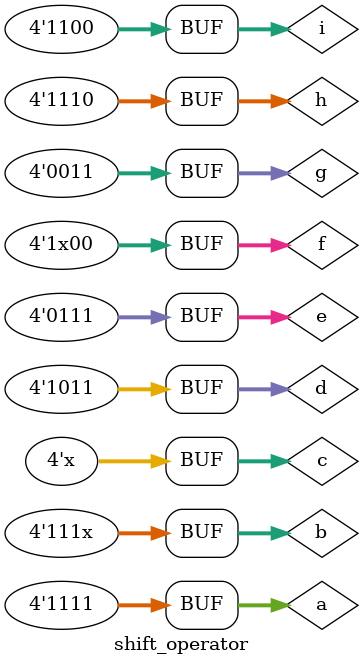
<source format=sv>

module shift_operator();
  reg signed [3:0] a,b,c,d,e,f,g,h,i;
  
  
  initial 
    
    begin 
  
      a=4'b1111;
      b=4'b111x;
      c=4'bxxxx;
      d=4'b1011;
      e=4'b0111;
      
      f=b<<2 ;
      
      g= a>>2;
      
      h= d>>>2;
      i= e<<<2;
      
      
      
      $monitor("a=%b,b=%b,c=%b,d=%b,e=%b,f=%b,g=%b,h=%b,i=%b",a,b,c,d,e,f,g,h,i);
    
    end 
                
  
  initial 
    begin 
      
      $dumpfile("dump.vcd");
      $dumpvars();
      
    end 
  
endmodule



</source>
